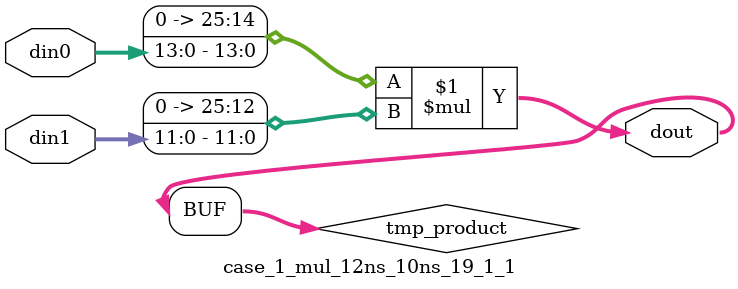
<source format=v>

`timescale 1 ns / 1 ps

 (* use_dsp = "no" *)  module case_1_mul_12ns_10ns_19_1_1(din0, din1, dout);
parameter ID = 1;
parameter NUM_STAGE = 0;
parameter din0_WIDTH = 14;
parameter din1_WIDTH = 12;
parameter dout_WIDTH = 26;

input [din0_WIDTH - 1 : 0] din0; 
input [din1_WIDTH - 1 : 0] din1; 
output [dout_WIDTH - 1 : 0] dout;

wire signed [dout_WIDTH - 1 : 0] tmp_product;
























assign tmp_product = $signed({1'b0, din0}) * $signed({1'b0, din1});











assign dout = tmp_product;





















endmodule

</source>
